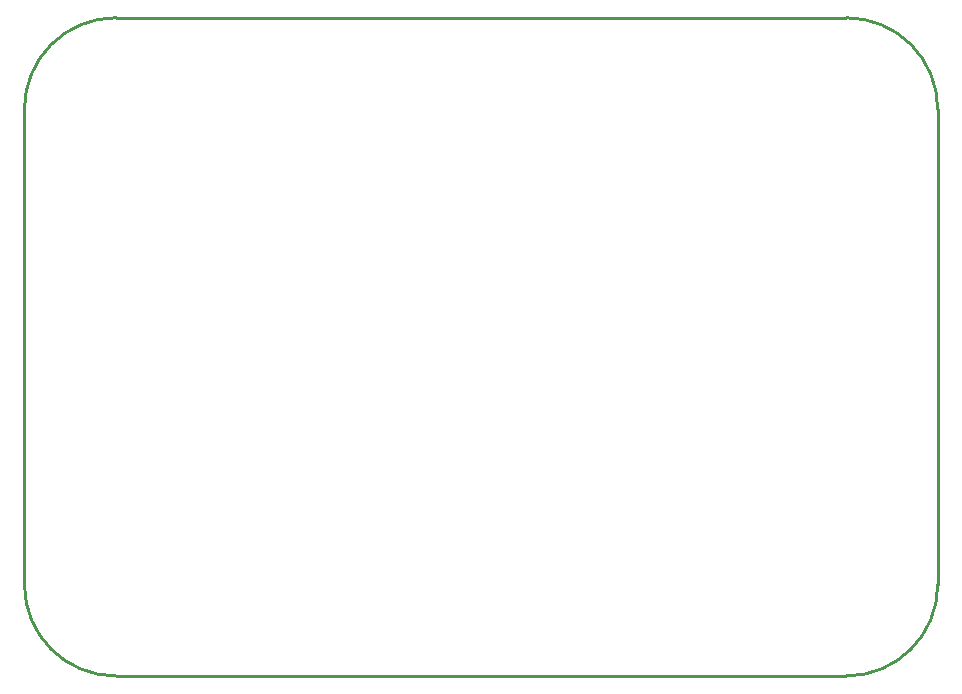
<source format=gko>
G04 Layer: BoardOutlineLayer*
G04 EasyEDA v6.5.9, 2022-08-24 00:16:20*
G04 Gerber Generator version 0.2*
G04 Scale: 100 percent, Rotated: No, Reflected: No *
G04 Dimensions in millimeters *
G04 leading zeros omitted , absolute positions ,4 integer and 5 decimal *
%FSLAX45Y45*%
%MOMM*%

%ADD10C,0.2540*%
D10*
X699998Y900297D02*
G01*
X699998Y4926690D01*
X7659484Y127000D02*
G01*
X1473296Y127000D01*
X8432782Y4926690D02*
G01*
X8432782Y900297D01*
X1473296Y5699988D02*
G01*
X7659484Y5699988D01*
G75*
G01*
X7659485Y5699989D02*
G02*
X8432783Y4926690I0J-773298D01*
G75*
G01*
X8432783Y900298D02*
G02*
X7659485Y127000I-773298J0D01*
G75*
G01*
X1473297Y127000D02*
G02*
X699999Y900298I0J773298D01*
G75*
G01*
X699999Y4926690D02*
G02*
X1473297Y5699989I773298J1D01*

%LPD*%
M02*

</source>
